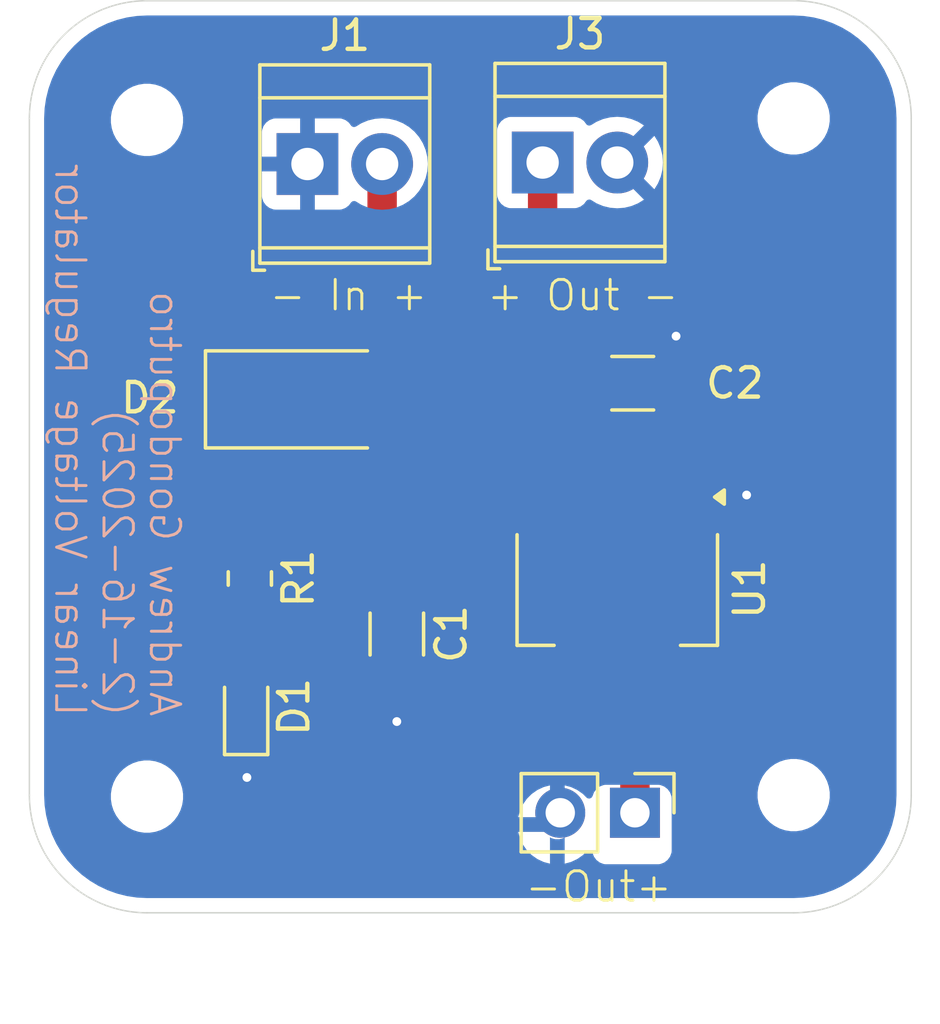
<source format=kicad_pcb>
(kicad_pcb (version 20240108) (generator "pcbnew") (generator_version "8.0")
  (title_block (title "Linear Voltage Regulator") (company "Oregon State University") (comment 1 "Author: Andrew Gondoputro"))
  (layers (0 "F.Cu" signal) (31 "B.Cu" power) (34 "B.Paste" user) (35 "F.Paste" user) (36 "B.SilkS" user "B.Silkscreen") (37 "F.SilkS" user "F.Silkscreen") (38 "B.Mask" user) (39 "F.Mask" user) (44 "Edge.Cuts" user))
  (net 0 "")
  (net 1 "Net-(D2-K)")
  (net 2 "GND")
  (net 3 "/Vout")
  (net 4 "Net-(D1-A)")
  (net 5 "Net-(D2-A)")
  (footprint "Capacitor_SMD:C_1206_3216Metric" (layer "F.Cu") (at 152.525 75)
    (property "Reference" "C2" (at 3.475 0 0) (layer "F.SilkS"))
    (property "Value" "10u")
    (fp_line (start -0.711252 -0.91) (end 0.711252 -0.91) (stroke (width 0.12)) (layer "F.SilkS"))
    (fp_line (start -0.711252 0.91) (end 0.711252 0.91) (stroke (width 0.12)) (layer "F.SilkS"))
    (pad "1" smd roundrect (at -1.475 0) (size 1.15 1.8) (layers "F.Cu" "F.Paste" "F.Mask") (roundrect_rratio 0.217391) (net 3 "/Vout"))
    (pad "2" smd roundrect (at 1.475 0) (size 1.15 1.8) (layers "F.Cu" "F.Paste" "F.Mask") (roundrect_rratio 0.217391) (net 2 "GND"))
  )
  (footprint "TerminalBlock_TE-Connectivity:TerminalBlock_TE_282834-2_1x02_P2.54mm_Horizontal" (layer "F.Cu") (at 141.46 67.55)
    (property "Reference" "J1" (at 1.27 -4.37 0) (layer "F.SilkS"))
    (property "Value" "Terminal In" (hide yes))
    (fp_line (start -1.86 2.97) (end -1.86 3.61) (stroke (width 0.12)) (layer "F.SilkS"))
    (fp_line (start -1.86 3.61) (end -1.46 3.61) (stroke (width 0.12)) (layer "F.SilkS"))
    (fp_line (start -1.62 -3.37) (end -1.62 3.37) (stroke (width 0.12)) (layer "F.SilkS"))
    (fp_line (start -1.62 -3.37) (end 4.16 -3.37) (stroke (width 0.12)) (layer "F.SilkS"))
    (fp_line (start -1.62 -2.25) (end 4.16 -2.25) (stroke (width 0.12)) (layer "F.SilkS"))
    (fp_line (start -1.62 2.85) (end 4.16 2.85) (stroke (width 0.12)) (layer "F.SilkS"))
    (fp_line (start -1.62 3.37) (end 4.16 3.37) (stroke (width 0.12)) (layer "F.SilkS"))
    (fp_line (start 4.16 -3.37) (end 4.16 3.37) (stroke (width 0.12)) (layer "F.SilkS"))
    (pad "1" thru_hole rect (at 0 0) (size 2.1 2.1) (drill 1.1) (layers "*.Cu" "*.Mask") (net 2 "GND"))
    (pad "2" thru_hole circle (at 2.54 0) (size 2.1 2.1) (drill 1.1) (layers "*.Cu" "*.Mask") (net 5 "Net-(D2-A)"))
  )
  (footprint "MountingHole:MountingHole_2.2mm_M2" (layer "F.Cu") (at 136 89.05)
    (property "Reference" "H3" (hide yes))
    (property "Value" "MountingHole" (hide yes))
    (pad "" np_thru_hole circle (at 0 0) (size 2.2 2.2) (drill 2.2) (layers "*.Cu" "*.Mask"))
  )
  (footprint "Connector_PinHeader_2.54mm:PinHeader_1x02_P2.54mm_Vertical" (layer "F.Cu") (at 152.6 89.6 -90)
    (property "Reference" "J2" (hide yes))
    (property "Value" "Terminal Out (Pin)")
    (fp_line (start -1.33 3.87) (end 1.33 3.87) (stroke (width 0.12)) (layer "F.SilkS"))
    (fp_line (start -1.33 1.27) (end -1.33 3.87) (stroke (width 0.12)) (layer "F.SilkS"))
    (fp_line (start -1.33 1.27) (end 1.33 1.27) (stroke (width 0.12)) (layer "F.SilkS"))
    (fp_line (start 1.33 1.27) (end 1.33 3.87) (stroke (width 0.12)) (layer "F.SilkS"))
    (fp_line (start -1.33 0) (end -1.33 -1.33) (stroke (width 0.12)) (layer "F.SilkS"))
    (fp_line (start -1.33 -1.33) (end 0 -1.33) (stroke (width 0.12)) (layer "F.SilkS"))
    (pad "1" thru_hole rect (at 0 0 270) (size 1.7 1.7) (drill 1) (layers "*.Cu" "*.Mask") (net 3 "/Vout"))
    (pad "2" thru_hole oval (at 0 2.54 270) (size 1.7 1.7) (drill 1) (layers "*.Cu" "*.Mask") (net 2 "GND"))
  )
  (footprint "MountingHole:MountingHole_2.2mm_M2" (layer "F.Cu") (at 158 89)
    (property "Reference" "H4" (hide yes))
    (property "Value" "MountingHole" (hide yes))
    (pad "" np_thru_hole circle (at 0 0) (size 2.2 2.2) (drill 2.2) (layers "*.Cu" "*.Mask"))
  )
  (footprint "Package_TO_SOT_SMD:SOT-223-3_TabPin2" (layer "F.Cu") (at 152 82 -90)
    (property "Reference" "U1" (at 0 -4.5 90) (layer "F.SilkS"))
    (property "Value" "NCP1117-5.0_SOT223" (hide yes))
    (fp_line (start -1.85 3.41) (end 1.91 3.41) (stroke (width 0.12)) (layer "F.SilkS"))
    (fp_line (start 1.91 3.41) (end 1.91 2.15) (stroke (width 0.12)) (layer "F.SilkS"))
    (fp_line (start -1.85 -3.41) (end 1.91 -3.41) (stroke (width 0.12)) (layer "F.SilkS"))
    (fp_line (start 1.91 -3.41) (end 1.91 -2.15) (stroke (width 0.12)) (layer "F.SilkS"))
    (fp_poly (pts (xy -3.13 -3.31) (xy -3.37 -3.64) (xy -2.89 -3.64) (xy -3.13 -3.31)) (stroke (width 0.12)) (fill solid) (layer "F.SilkS"))
    (pad "1" smd roundrect (at -3.15 -2.3 270) (size 2 1.5) (layers "F.Cu" "F.Paste" "F.Mask") (net 2 "GND"))
    (pad "2" smd roundrect (at -3.15 0 270) (size 2 1.5) (layers "F.Cu" "F.Paste" "F.Mask") (net 3 "/Vout"))
    (pad "2" smd roundrect (at 3.15 0 270) (size 2 3.8) (layers "F.Cu" "F.Paste" "F.Mask") (net 3 "/Vout"))
    (pad "3" smd roundrect (at -3.15 2.3 270) (size 2 1.5) (layers "F.Cu" "F.Paste" "F.Mask") (net 1 "Net-(D2-K)"))
  )
  (footprint "Capacitor_SMD:C_1206_3216Metric" (layer "F.Cu") (at 144.5 83.525 -90)
    (property "Reference" "C1" (at 0 -1.85 90) (layer "F.SilkS"))
    (property "Value" "10u")
    (fp_line (start -0.711252 0.91) (end 0.711252 0.91) (stroke (width 0.12)) (layer "F.SilkS"))
    (fp_line (start -0.711252 -0.91) (end 0.711252 -0.91) (stroke (width 0.12)) (layer "F.SilkS"))
    (pad "1" smd roundrect (at -1.475 0 270) (size 1.15 1.8) (layers "F.Cu" "F.Paste" "F.Mask") (roundrect_rratio 0.217391) (net 1 "Net-(D2-K)"))
    (pad "2" smd roundrect (at 1.475 0 270) (size 1.15 1.8) (layers "F.Cu" "F.Paste" "F.Mask") (roundrect_rratio 0.217391) (net 2 "GND"))
  )
  (footprint "Diode_SMD:D_SMA" (layer "F.Cu") (at 141.5 75.55)
    (property "Reference" "D2" (at -5.4 -0.05 0) (layer "F.SilkS"))
    (property "Value" "B220")
    (fp_line (start -3.51 -1.65) (end -3.51 1.65) (stroke (width 0.12)) (layer "F.SilkS"))
    (fp_line (start -3.51 -1.65) (end 2 -1.65) (stroke (width 0.12)) (layer "F.SilkS"))
    (fp_line (start -3.51 1.65) (end 2 1.65) (stroke (width 0.12)) (layer "F.SilkS"))
    (pad "1" smd roundrect (at -2 0) (size 2.5 1.8) (layers "F.Cu" "F.Paste" "F.Mask") (roundrect_rratio 0.1388888889) (net 1 "Net-(D2-K)"))
    (pad "2" smd roundrect (at 2 0) (size 2.5 1.8) (layers "F.Cu" "F.Paste" "F.Mask") (roundrect_rratio 0.1388888889) (net 5 "Net-(D2-A)"))
  )
  (footprint "MountingHole:MountingHole_2.2mm_M2" (layer "F.Cu") (at 158 66)
    (property "Reference" "H2" (hide yes))
    (property "Value" "MountingHole" (hide yes))
    (pad "" np_thru_hole circle (at 0 0) (size 2.2 2.2) (drill 2.2) (layers "*.Cu" "*.Mask"))
  )
  (footprint "MountingHole:MountingHole_2.2mm_M2" (layer "F.Cu") (at 136 66.05)
    (property "Reference" "H1" (hide yes))
    (property "Value" "MountingHole" (hide yes))
    (pad "" np_thru_hole circle (at 0 0) (size 2.2 2.2) (drill 2.2) (layers "*.Cu" "*.Mask"))
  )
  (footprint "LED_SMD:LED_0603_1608Metric" (layer "F.Cu") (at 139.375 86.1375 90)
    (property "Reference" "D1" (at 0.1375 1.625 90) (layer "F.SilkS"))
    (property "Value" "LED")
    (fp_line (start 0.8 -0.735) (end -1.485 -0.735) (stroke (width 0.12)) (layer "F.SilkS"))
    (fp_line (start -1.485 -0.735) (end -1.485 0.735) (stroke (width 0.12)) (layer "F.SilkS"))
    (fp_line (start -1.485 0.735) (end 0.8 0.735) (stroke (width 0.12)) (layer "F.SilkS"))
    (pad "1" smd roundrect (at -0.7875 0 90) (size 0.875 0.95) (layers "F.Cu" "F.Paste" "F.Mask") (net 2 "GND"))
    (pad "2" smd roundrect (at 0.7875 0 90) (size 0.875 0.95) (layers "F.Cu" "F.Paste" "F.Mask") (net 4 "Net-(D1-A)"))
  )
  (footprint "Resistor_SMD:R_0805_2012Metric" (layer "F.Cu") (at 139.5 81.6375 -90)
    (property "Reference" "R1" (at 0 -1.65 90) (layer "F.SilkS"))
    (property "Value" "560")
    (fp_line (start -0.227064 0.735) (end 0.227064 0.735) (stroke (width 0.12)) (layer "F.SilkS"))
    (fp_line (start -0.227064 -0.735) (end 0.227064 -0.735) (stroke (width 0.12)) (layer "F.SilkS"))
    (pad "1" smd roundrect (at -0.9125 0 270) (size 1.025 1.4) (layers "F.Cu" "F.Paste" "F.Mask") (roundrect_rratio 0.243902) (net 1 "Net-(D2-K)"))
    (pad "2" smd roundrect (at 0.9125 0 270) (size 1.025 1.4) (layers "F.Cu" "F.Paste" "F.Mask") (roundrect_rratio 0.243902) (net 4 "Net-(D1-A)"))
  )
  (footprint "TerminalBlock_TE-Connectivity:TerminalBlock_TE_282834-2_1x02_P2.54mm_Horizontal" (layer "F.Cu") (at 149.46 67.5)
    (property "Reference" "J3" (at 1.27 -4.37 0) (layer "F.SilkS"))
    (property "Value" "Terminal Out (Screw)" (hide yes))
    (fp_line (start -1.86 2.97) (end -1.86 3.61) (stroke (width 0.12)) (layer "F.SilkS"))
    (fp_line (start -1.86 3.61) (end -1.46 3.61) (stroke (width 0.12)) (layer "F.SilkS"))
    (fp_line (start -1.62 -3.37) (end -1.62 3.37) (stroke (width 0.12)) (layer "F.SilkS"))
    (fp_line (start -1.62 -3.37) (end 4.16 -3.37) (stroke (width 0.12)) (layer "F.SilkS"))
    (fp_line (start -1.62 -2.25) (end 4.16 -2.25) (stroke (width 0.12)) (layer "F.SilkS"))
    (fp_line (start -1.62 2.85) (end 4.16 2.85) (stroke (width 0.12)) (layer "F.SilkS"))
    (fp_line (start -1.62 3.37) (end 4.16 3.37) (stroke (width 0.12)) (layer "F.SilkS"))
    (fp_line (start 4.16 -3.37) (end 4.16 3.37) (stroke (width 0.12)) (layer "F.SilkS"))
    (pad "1" thru_hole rect (at 0 0) (size 2.1 2.1) (drill 1.1) (layers "*.Cu" "*.Mask") (net 3 "/Vout"))
    (pad "2" thru_hole circle (at 2.54 0) (size 2.1 2.1) (drill 1.1) (layers "*.Cu" "*.Mask") (net 2 "GND"))
  )
  (gr_line (start 158 93) (end 136 93) (stroke (width 0.05)) (layer "Edge.Cuts"))
  (gr_line (start 136 62) (end 158 62) (stroke (width 0.05)) (layer "Edge.Cuts"))
  (gr_arc (start 162 89) (mid 160.828427 91.828427) (end 158 93) (stroke (width 0.05)) (layer "Edge.Cuts"))
  (gr_line (start 132 89) (end 132 66) (stroke (width 0.05)) (layer "Edge.Cuts"))
  (gr_line (start 162 66) (end 162 89) (stroke (width 0.05)) (layer "Edge.Cuts"))
  (gr_arc (start 136 93) (mid 133.171573 91.828427) (end 132 89) (stroke (width 0.05)) (layer "Edge.Cuts"))
  (gr_arc (start 158 62) (mid 160.828427 63.171573) (end 162 66) (stroke (width 0.05)) (layer "Edge.Cuts"))
  (gr_arc (start 132 66) (mid 133.171573 63.171573) (end 136 62) (stroke (width 0.05)) (layer "Edge.Cuts"))
  (gr_text "Andrew Gondoputro\n(2-16-2025)\nLinear Voltage Regulator" (at 132.8 86.4 -90) (layer "B.SilkS") (effects (font (size 1 1) (thickness 0.1)) (justify left bottom mirror)))
  (gr_text "- In +" (at 140.1 72.6 0) (layer "F.SilkS") (effects (font (size 1 1) (thickness 0.1)) (justify left bottom)))
  (gr_text "+ Out -" (at 147.5 72.6 0) (layer "F.SilkS") (effects (font (size 1 1) (thickness 0.1)) (justify left bottom)))
  (gr_text "-Out+\n" (at 148.8 92.7 0) (layer "F.SilkS") (effects (font (size 1 1) (thickness 0.1)) (justify left bottom)))
  (segment (start 147.45 78.85) (end 149.7 78.85) (width 1) (layer "F.Cu") (net 1))
  (segment (start 147.4 78.9) (end 147.45 78.85) (width 1) (layer "F.Cu") (net 1))
  (segment (start 143.175 80.725) (end 144.5 82.05) (width 1) (layer "F.Cu") (net 1))
  (segment (start 147.4 80.6) (end 147.4 78.9) (width 1) (layer "F.Cu") (net 1))
  (segment (start 139.5 80.725) (end 143.175 80.725) (width 1) (layer "F.Cu") (net 1))
  (segment (start 145.95 82.05) (end 147.4 80.6) (width 1) (layer "F.Cu") (net 1))
  (segment (start 144.5 82.05) (end 145.95 82.05) (width 1) (layer "F.Cu") (net 1))
  (segment (start 139.5 75.55) (end 139.5 80.725) (width 1) (layer "F.Cu") (net 1))
  (segment (start 154 75) (end 154 73.4) (width 1) (layer "F.Cu") (net 2))
  (segment (start 139.375 86.925) (end 139.375 88.375) (width 1) (layer "F.Cu") (net 2))
  (segment (start 144.5 85) (end 144.5 86.5) (width 1) (layer "F.Cu") (net 2))
  (segment (start 156.35 78.85) (end 156.4 78.8) (width 1) (layer "F.Cu") (net 2))
  (segment (start 139.375 88.375) (end 139.4 88.4) (width 1) (layer "F.Cu") (net 2))
  (segment (start 154.3 78.85) (end 156.35 78.85) (width 1) (layer "F.Cu") (net 2))
  (via (at 139.4 88.4) (size 0.6) (drill 0.3) (layers "F.Cu" "B.Cu") (net 2))
  (via (at 144.5 86.5) (size 0.6) (drill 0.3) (layers "F.Cu" "B.Cu") (net 2))
  (via (at 154 73.4) (size 0.6) (drill 0.3) (layers "F.Cu" "B.Cu") (net 2))
  (via (at 156.4 78.8) (size 0.6) (drill 0.3) (layers "F.Cu" "B.Cu") (net 2))
  (segment (start 152 87.3) (end 152.6 87.9) (width 1) (layer "F.Cu") (net 3))
  (segment (start 151.05 75) (end 151.05 76.75) (width 1) (layer "F.Cu") (net 3))
  (segment (start 151.05 76.75) (end 152 77.7) (width 1) (layer "F.Cu") (net 3))
  (segment (start 152 78.85) (end 152 85.15) (width 1) (layer "F.Cu") (net 3))
  (segment (start 152 85.15) (end 152 87.3) (width 1) (layer "F.Cu") (net 3))
  (segment (start 152.6 87.9) (end 152.6 89.6) (width 1) (layer "F.Cu") (net 3))
  (segment (start 152 77.7) (end 152 78.85) (width 1) (layer "F.Cu") (net 3))
  (segment (start 149.46 67.5) (end 149.46 73.41) (width 1) (layer "F.Cu") (net 3))
  (segment (start 149.46 73.41) (end 151.05 75) (width 1) (layer "F.Cu") (net 3))
  (segment (start 139.5 83.9) (end 139.375 84.025) (width 0.5) (layer "F.Cu") (net 4))
  (segment (start 139.375 84.025) (end 139.375 85.35) (width 0.5) (layer "F.Cu") (net 4))
  (segment (start 139.5 82.55) (end 139.5 83.9) (width 0.5) (layer "F.Cu") (net 4))
  (segment (start 144 67.55) (end 144 72.7) (width 1) (layer "F.Cu") (net 5))
  (segment (start 144 72.7) (end 143.5 73.2) (width 1) (layer "F.Cu") (net 5))
  (segment (start 143.5 73.2) (end 143.5 75.55) (width 1) (layer "F.Cu") (net 5))
  (zone (net 2) (net_name "GND") (layer "B.Cu") (connect_pads (clearance 0.5)) (min_thickness 0.25) (fill yes (thermal_gap 0.5) (thermal_bridge_width 0.5))
    (polygon (pts (xy 163 62) (xy 163 94) (xy 131 94) (xy 131 62)))
  )
)
</source>
